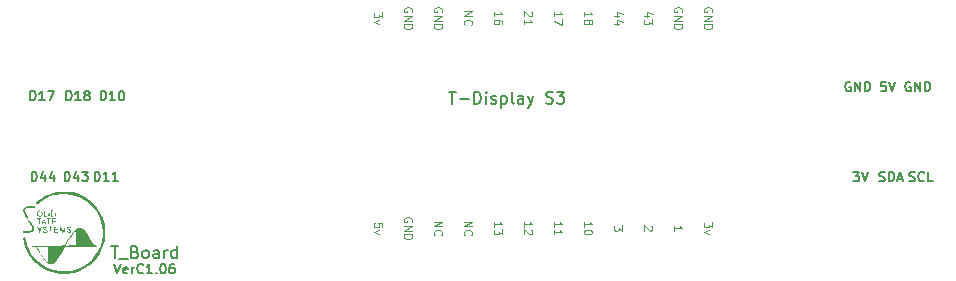
<source format=gbr>
%TF.GenerationSoftware,KiCad,Pcbnew,8.0.4*%
%TF.CreationDate,2024-09-09T14:33:04-07:00*%
%TF.ProjectId,Top_Board,546f705f-426f-4617-9264-2e6b69636164,0*%
%TF.SameCoordinates,Original*%
%TF.FileFunction,Legend,Top*%
%TF.FilePolarity,Positive*%
%FSLAX46Y46*%
G04 Gerber Fmt 4.6, Leading zero omitted, Abs format (unit mm)*
G04 Created by KiCad (PCBNEW 8.0.4) date 2024-09-09 14:33:04*
%MOMM*%
%LPD*%
G01*
G04 APERTURE LIST*
%ADD10C,0.150000*%
%ADD11C,0.100000*%
%ADD12C,0.000000*%
G04 APERTURE END LIST*
D10*
X149545922Y-93865819D02*
X150117350Y-93865819D01*
X149831636Y-94865819D02*
X149831636Y-93865819D01*
X150450684Y-94484866D02*
X151212589Y-94484866D01*
X151688779Y-94865819D02*
X151688779Y-93865819D01*
X151688779Y-93865819D02*
X151926874Y-93865819D01*
X151926874Y-93865819D02*
X152069731Y-93913438D01*
X152069731Y-93913438D02*
X152164969Y-94008676D01*
X152164969Y-94008676D02*
X152212588Y-94103914D01*
X152212588Y-94103914D02*
X152260207Y-94294390D01*
X152260207Y-94294390D02*
X152260207Y-94437247D01*
X152260207Y-94437247D02*
X152212588Y-94627723D01*
X152212588Y-94627723D02*
X152164969Y-94722961D01*
X152164969Y-94722961D02*
X152069731Y-94818200D01*
X152069731Y-94818200D02*
X151926874Y-94865819D01*
X151926874Y-94865819D02*
X151688779Y-94865819D01*
X152688779Y-94865819D02*
X152688779Y-94199152D01*
X152688779Y-93865819D02*
X152641160Y-93913438D01*
X152641160Y-93913438D02*
X152688779Y-93961057D01*
X152688779Y-93961057D02*
X152736398Y-93913438D01*
X152736398Y-93913438D02*
X152688779Y-93865819D01*
X152688779Y-93865819D02*
X152688779Y-93961057D01*
X153117350Y-94818200D02*
X153212588Y-94865819D01*
X153212588Y-94865819D02*
X153403064Y-94865819D01*
X153403064Y-94865819D02*
X153498302Y-94818200D01*
X153498302Y-94818200D02*
X153545921Y-94722961D01*
X153545921Y-94722961D02*
X153545921Y-94675342D01*
X153545921Y-94675342D02*
X153498302Y-94580104D01*
X153498302Y-94580104D02*
X153403064Y-94532485D01*
X153403064Y-94532485D02*
X153260207Y-94532485D01*
X153260207Y-94532485D02*
X153164969Y-94484866D01*
X153164969Y-94484866D02*
X153117350Y-94389628D01*
X153117350Y-94389628D02*
X153117350Y-94342009D01*
X153117350Y-94342009D02*
X153164969Y-94246771D01*
X153164969Y-94246771D02*
X153260207Y-94199152D01*
X153260207Y-94199152D02*
X153403064Y-94199152D01*
X153403064Y-94199152D02*
X153498302Y-94246771D01*
X153974493Y-94199152D02*
X153974493Y-95199152D01*
X153974493Y-94246771D02*
X154069731Y-94199152D01*
X154069731Y-94199152D02*
X154260207Y-94199152D01*
X154260207Y-94199152D02*
X154355445Y-94246771D01*
X154355445Y-94246771D02*
X154403064Y-94294390D01*
X154403064Y-94294390D02*
X154450683Y-94389628D01*
X154450683Y-94389628D02*
X154450683Y-94675342D01*
X154450683Y-94675342D02*
X154403064Y-94770580D01*
X154403064Y-94770580D02*
X154355445Y-94818200D01*
X154355445Y-94818200D02*
X154260207Y-94865819D01*
X154260207Y-94865819D02*
X154069731Y-94865819D01*
X154069731Y-94865819D02*
X153974493Y-94818200D01*
X155022112Y-94865819D02*
X154926874Y-94818200D01*
X154926874Y-94818200D02*
X154879255Y-94722961D01*
X154879255Y-94722961D02*
X154879255Y-93865819D01*
X155831636Y-94865819D02*
X155831636Y-94342009D01*
X155831636Y-94342009D02*
X155784017Y-94246771D01*
X155784017Y-94246771D02*
X155688779Y-94199152D01*
X155688779Y-94199152D02*
X155498303Y-94199152D01*
X155498303Y-94199152D02*
X155403065Y-94246771D01*
X155831636Y-94818200D02*
X155736398Y-94865819D01*
X155736398Y-94865819D02*
X155498303Y-94865819D01*
X155498303Y-94865819D02*
X155403065Y-94818200D01*
X155403065Y-94818200D02*
X155355446Y-94722961D01*
X155355446Y-94722961D02*
X155355446Y-94627723D01*
X155355446Y-94627723D02*
X155403065Y-94532485D01*
X155403065Y-94532485D02*
X155498303Y-94484866D01*
X155498303Y-94484866D02*
X155736398Y-94484866D01*
X155736398Y-94484866D02*
X155831636Y-94437247D01*
X156212589Y-94199152D02*
X156450684Y-94865819D01*
X156688779Y-94199152D02*
X156450684Y-94865819D01*
X156450684Y-94865819D02*
X156355446Y-95103914D01*
X156355446Y-95103914D02*
X156307827Y-95151533D01*
X156307827Y-95151533D02*
X156212589Y-95199152D01*
X157784018Y-94818200D02*
X157926875Y-94865819D01*
X157926875Y-94865819D02*
X158164970Y-94865819D01*
X158164970Y-94865819D02*
X158260208Y-94818200D01*
X158260208Y-94818200D02*
X158307827Y-94770580D01*
X158307827Y-94770580D02*
X158355446Y-94675342D01*
X158355446Y-94675342D02*
X158355446Y-94580104D01*
X158355446Y-94580104D02*
X158307827Y-94484866D01*
X158307827Y-94484866D02*
X158260208Y-94437247D01*
X158260208Y-94437247D02*
X158164970Y-94389628D01*
X158164970Y-94389628D02*
X157974494Y-94342009D01*
X157974494Y-94342009D02*
X157879256Y-94294390D01*
X157879256Y-94294390D02*
X157831637Y-94246771D01*
X157831637Y-94246771D02*
X157784018Y-94151533D01*
X157784018Y-94151533D02*
X157784018Y-94056295D01*
X157784018Y-94056295D02*
X157831637Y-93961057D01*
X157831637Y-93961057D02*
X157879256Y-93913438D01*
X157879256Y-93913438D02*
X157974494Y-93865819D01*
X157974494Y-93865819D02*
X158212589Y-93865819D01*
X158212589Y-93865819D02*
X158355446Y-93913438D01*
X158688780Y-93865819D02*
X159307827Y-93865819D01*
X159307827Y-93865819D02*
X158974494Y-94246771D01*
X158974494Y-94246771D02*
X159117351Y-94246771D01*
X159117351Y-94246771D02*
X159212589Y-94294390D01*
X159212589Y-94294390D02*
X159260208Y-94342009D01*
X159260208Y-94342009D02*
X159307827Y-94437247D01*
X159307827Y-94437247D02*
X159307827Y-94675342D01*
X159307827Y-94675342D02*
X159260208Y-94770580D01*
X159260208Y-94770580D02*
X159212589Y-94818200D01*
X159212589Y-94818200D02*
X159117351Y-94865819D01*
X159117351Y-94865819D02*
X158831637Y-94865819D01*
X158831637Y-94865819D02*
X158736399Y-94818200D01*
X158736399Y-94818200D02*
X158688780Y-94770580D01*
X117138571Y-94596295D02*
X117138571Y-93796295D01*
X117138571Y-93796295D02*
X117329047Y-93796295D01*
X117329047Y-93796295D02*
X117443333Y-93834390D01*
X117443333Y-93834390D02*
X117519523Y-93910580D01*
X117519523Y-93910580D02*
X117557618Y-93986771D01*
X117557618Y-93986771D02*
X117595714Y-94139152D01*
X117595714Y-94139152D02*
X117595714Y-94253438D01*
X117595714Y-94253438D02*
X117557618Y-94405819D01*
X117557618Y-94405819D02*
X117519523Y-94482009D01*
X117519523Y-94482009D02*
X117443333Y-94558200D01*
X117443333Y-94558200D02*
X117329047Y-94596295D01*
X117329047Y-94596295D02*
X117138571Y-94596295D01*
X118357618Y-94596295D02*
X117900475Y-94596295D01*
X118129047Y-94596295D02*
X118129047Y-93796295D01*
X118129047Y-93796295D02*
X118052856Y-93910580D01*
X118052856Y-93910580D02*
X117976666Y-93986771D01*
X117976666Y-93986771D02*
X117900475Y-94024866D01*
X118814761Y-94139152D02*
X118738571Y-94101057D01*
X118738571Y-94101057D02*
X118700476Y-94062961D01*
X118700476Y-94062961D02*
X118662380Y-93986771D01*
X118662380Y-93986771D02*
X118662380Y-93948676D01*
X118662380Y-93948676D02*
X118700476Y-93872485D01*
X118700476Y-93872485D02*
X118738571Y-93834390D01*
X118738571Y-93834390D02*
X118814761Y-93796295D01*
X118814761Y-93796295D02*
X118967142Y-93796295D01*
X118967142Y-93796295D02*
X119043333Y-93834390D01*
X119043333Y-93834390D02*
X119081428Y-93872485D01*
X119081428Y-93872485D02*
X119119523Y-93948676D01*
X119119523Y-93948676D02*
X119119523Y-93986771D01*
X119119523Y-93986771D02*
X119081428Y-94062961D01*
X119081428Y-94062961D02*
X119043333Y-94101057D01*
X119043333Y-94101057D02*
X118967142Y-94139152D01*
X118967142Y-94139152D02*
X118814761Y-94139152D01*
X118814761Y-94139152D02*
X118738571Y-94177247D01*
X118738571Y-94177247D02*
X118700476Y-94215342D01*
X118700476Y-94215342D02*
X118662380Y-94291533D01*
X118662380Y-94291533D02*
X118662380Y-94443914D01*
X118662380Y-94443914D02*
X118700476Y-94520104D01*
X118700476Y-94520104D02*
X118738571Y-94558200D01*
X118738571Y-94558200D02*
X118814761Y-94596295D01*
X118814761Y-94596295D02*
X118967142Y-94596295D01*
X118967142Y-94596295D02*
X119043333Y-94558200D01*
X119043333Y-94558200D02*
X119081428Y-94520104D01*
X119081428Y-94520104D02*
X119119523Y-94443914D01*
X119119523Y-94443914D02*
X119119523Y-94291533D01*
X119119523Y-94291533D02*
X119081428Y-94215342D01*
X119081428Y-94215342D02*
X119043333Y-94177247D01*
X119043333Y-94177247D02*
X118967142Y-94139152D01*
X121205874Y-108441295D02*
X121472541Y-109241295D01*
X121472541Y-109241295D02*
X121739207Y-108441295D01*
X122310636Y-109203200D02*
X122234445Y-109241295D01*
X122234445Y-109241295D02*
X122082064Y-109241295D01*
X122082064Y-109241295D02*
X122005874Y-109203200D01*
X122005874Y-109203200D02*
X121967778Y-109127009D01*
X121967778Y-109127009D02*
X121967778Y-108822247D01*
X121967778Y-108822247D02*
X122005874Y-108746057D01*
X122005874Y-108746057D02*
X122082064Y-108707961D01*
X122082064Y-108707961D02*
X122234445Y-108707961D01*
X122234445Y-108707961D02*
X122310636Y-108746057D01*
X122310636Y-108746057D02*
X122348731Y-108822247D01*
X122348731Y-108822247D02*
X122348731Y-108898438D01*
X122348731Y-108898438D02*
X121967778Y-108974628D01*
X122691588Y-109241295D02*
X122691588Y-108707961D01*
X122691588Y-108860342D02*
X122729683Y-108784152D01*
X122729683Y-108784152D02*
X122767778Y-108746057D01*
X122767778Y-108746057D02*
X122843969Y-108707961D01*
X122843969Y-108707961D02*
X122920159Y-108707961D01*
X123643969Y-109165104D02*
X123605873Y-109203200D01*
X123605873Y-109203200D02*
X123491588Y-109241295D01*
X123491588Y-109241295D02*
X123415397Y-109241295D01*
X123415397Y-109241295D02*
X123301111Y-109203200D01*
X123301111Y-109203200D02*
X123224921Y-109127009D01*
X123224921Y-109127009D02*
X123186826Y-109050819D01*
X123186826Y-109050819D02*
X123148730Y-108898438D01*
X123148730Y-108898438D02*
X123148730Y-108784152D01*
X123148730Y-108784152D02*
X123186826Y-108631771D01*
X123186826Y-108631771D02*
X123224921Y-108555580D01*
X123224921Y-108555580D02*
X123301111Y-108479390D01*
X123301111Y-108479390D02*
X123415397Y-108441295D01*
X123415397Y-108441295D02*
X123491588Y-108441295D01*
X123491588Y-108441295D02*
X123605873Y-108479390D01*
X123605873Y-108479390D02*
X123643969Y-108517485D01*
X124405873Y-109241295D02*
X123948730Y-109241295D01*
X124177302Y-109241295D02*
X124177302Y-108441295D01*
X124177302Y-108441295D02*
X124101111Y-108555580D01*
X124101111Y-108555580D02*
X124024921Y-108631771D01*
X124024921Y-108631771D02*
X123948730Y-108669866D01*
X124748731Y-109165104D02*
X124786826Y-109203200D01*
X124786826Y-109203200D02*
X124748731Y-109241295D01*
X124748731Y-109241295D02*
X124710635Y-109203200D01*
X124710635Y-109203200D02*
X124748731Y-109165104D01*
X124748731Y-109165104D02*
X124748731Y-109241295D01*
X125282064Y-108441295D02*
X125358254Y-108441295D01*
X125358254Y-108441295D02*
X125434445Y-108479390D01*
X125434445Y-108479390D02*
X125472540Y-108517485D01*
X125472540Y-108517485D02*
X125510635Y-108593676D01*
X125510635Y-108593676D02*
X125548730Y-108746057D01*
X125548730Y-108746057D02*
X125548730Y-108936533D01*
X125548730Y-108936533D02*
X125510635Y-109088914D01*
X125510635Y-109088914D02*
X125472540Y-109165104D01*
X125472540Y-109165104D02*
X125434445Y-109203200D01*
X125434445Y-109203200D02*
X125358254Y-109241295D01*
X125358254Y-109241295D02*
X125282064Y-109241295D01*
X125282064Y-109241295D02*
X125205873Y-109203200D01*
X125205873Y-109203200D02*
X125167778Y-109165104D01*
X125167778Y-109165104D02*
X125129683Y-109088914D01*
X125129683Y-109088914D02*
X125091587Y-108936533D01*
X125091587Y-108936533D02*
X125091587Y-108746057D01*
X125091587Y-108746057D02*
X125129683Y-108593676D01*
X125129683Y-108593676D02*
X125167778Y-108517485D01*
X125167778Y-108517485D02*
X125205873Y-108479390D01*
X125205873Y-108479390D02*
X125282064Y-108441295D01*
X126234445Y-108441295D02*
X126082064Y-108441295D01*
X126082064Y-108441295D02*
X126005873Y-108479390D01*
X126005873Y-108479390D02*
X125967778Y-108517485D01*
X125967778Y-108517485D02*
X125891588Y-108631771D01*
X125891588Y-108631771D02*
X125853492Y-108784152D01*
X125853492Y-108784152D02*
X125853492Y-109088914D01*
X125853492Y-109088914D02*
X125891588Y-109165104D01*
X125891588Y-109165104D02*
X125929683Y-109203200D01*
X125929683Y-109203200D02*
X126005873Y-109241295D01*
X126005873Y-109241295D02*
X126158254Y-109241295D01*
X126158254Y-109241295D02*
X126234445Y-109203200D01*
X126234445Y-109203200D02*
X126272540Y-109165104D01*
X126272540Y-109165104D02*
X126310635Y-109088914D01*
X126310635Y-109088914D02*
X126310635Y-108898438D01*
X126310635Y-108898438D02*
X126272540Y-108822247D01*
X126272540Y-108822247D02*
X126234445Y-108784152D01*
X126234445Y-108784152D02*
X126158254Y-108746057D01*
X126158254Y-108746057D02*
X126005873Y-108746057D01*
X126005873Y-108746057D02*
X125929683Y-108784152D01*
X125929683Y-108784152D02*
X125891588Y-108822247D01*
X125891588Y-108822247D02*
X125853492Y-108898438D01*
X183540476Y-93072390D02*
X183464286Y-93034295D01*
X183464286Y-93034295D02*
X183350000Y-93034295D01*
X183350000Y-93034295D02*
X183235714Y-93072390D01*
X183235714Y-93072390D02*
X183159524Y-93148580D01*
X183159524Y-93148580D02*
X183121429Y-93224771D01*
X183121429Y-93224771D02*
X183083333Y-93377152D01*
X183083333Y-93377152D02*
X183083333Y-93491438D01*
X183083333Y-93491438D02*
X183121429Y-93643819D01*
X183121429Y-93643819D02*
X183159524Y-93720009D01*
X183159524Y-93720009D02*
X183235714Y-93796200D01*
X183235714Y-93796200D02*
X183350000Y-93834295D01*
X183350000Y-93834295D02*
X183426191Y-93834295D01*
X183426191Y-93834295D02*
X183540476Y-93796200D01*
X183540476Y-93796200D02*
X183578572Y-93758104D01*
X183578572Y-93758104D02*
X183578572Y-93491438D01*
X183578572Y-93491438D02*
X183426191Y-93491438D01*
X183921429Y-93834295D02*
X183921429Y-93034295D01*
X183921429Y-93034295D02*
X184378572Y-93834295D01*
X184378572Y-93834295D02*
X184378572Y-93034295D01*
X184759524Y-93834295D02*
X184759524Y-93034295D01*
X184759524Y-93034295D02*
X184950000Y-93034295D01*
X184950000Y-93034295D02*
X185064286Y-93072390D01*
X185064286Y-93072390D02*
X185140476Y-93148580D01*
X185140476Y-93148580D02*
X185178571Y-93224771D01*
X185178571Y-93224771D02*
X185216667Y-93377152D01*
X185216667Y-93377152D02*
X185216667Y-93491438D01*
X185216667Y-93491438D02*
X185178571Y-93643819D01*
X185178571Y-93643819D02*
X185140476Y-93720009D01*
X185140476Y-93720009D02*
X185064286Y-93796200D01*
X185064286Y-93796200D02*
X184950000Y-93834295D01*
X184950000Y-93834295D02*
X184759524Y-93834295D01*
X120059571Y-94596295D02*
X120059571Y-93796295D01*
X120059571Y-93796295D02*
X120250047Y-93796295D01*
X120250047Y-93796295D02*
X120364333Y-93834390D01*
X120364333Y-93834390D02*
X120440523Y-93910580D01*
X120440523Y-93910580D02*
X120478618Y-93986771D01*
X120478618Y-93986771D02*
X120516714Y-94139152D01*
X120516714Y-94139152D02*
X120516714Y-94253438D01*
X120516714Y-94253438D02*
X120478618Y-94405819D01*
X120478618Y-94405819D02*
X120440523Y-94482009D01*
X120440523Y-94482009D02*
X120364333Y-94558200D01*
X120364333Y-94558200D02*
X120250047Y-94596295D01*
X120250047Y-94596295D02*
X120059571Y-94596295D01*
X121278618Y-94596295D02*
X120821475Y-94596295D01*
X121050047Y-94596295D02*
X121050047Y-93796295D01*
X121050047Y-93796295D02*
X120973856Y-93910580D01*
X120973856Y-93910580D02*
X120897666Y-93986771D01*
X120897666Y-93986771D02*
X120821475Y-94024866D01*
X121773857Y-93796295D02*
X121850047Y-93796295D01*
X121850047Y-93796295D02*
X121926238Y-93834390D01*
X121926238Y-93834390D02*
X121964333Y-93872485D01*
X121964333Y-93872485D02*
X122002428Y-93948676D01*
X122002428Y-93948676D02*
X122040523Y-94101057D01*
X122040523Y-94101057D02*
X122040523Y-94291533D01*
X122040523Y-94291533D02*
X122002428Y-94443914D01*
X122002428Y-94443914D02*
X121964333Y-94520104D01*
X121964333Y-94520104D02*
X121926238Y-94558200D01*
X121926238Y-94558200D02*
X121850047Y-94596295D01*
X121850047Y-94596295D02*
X121773857Y-94596295D01*
X121773857Y-94596295D02*
X121697666Y-94558200D01*
X121697666Y-94558200D02*
X121659571Y-94520104D01*
X121659571Y-94520104D02*
X121621476Y-94443914D01*
X121621476Y-94443914D02*
X121583380Y-94291533D01*
X121583380Y-94291533D02*
X121583380Y-94101057D01*
X121583380Y-94101057D02*
X121621476Y-93948676D01*
X121621476Y-93948676D02*
X121659571Y-93872485D01*
X121659571Y-93872485D02*
X121697666Y-93834390D01*
X121697666Y-93834390D02*
X121773857Y-93796295D01*
X188531618Y-101416200D02*
X188645904Y-101454295D01*
X188645904Y-101454295D02*
X188836380Y-101454295D01*
X188836380Y-101454295D02*
X188912571Y-101416200D01*
X188912571Y-101416200D02*
X188950666Y-101378104D01*
X188950666Y-101378104D02*
X188988761Y-101301914D01*
X188988761Y-101301914D02*
X188988761Y-101225723D01*
X188988761Y-101225723D02*
X188950666Y-101149533D01*
X188950666Y-101149533D02*
X188912571Y-101111438D01*
X188912571Y-101111438D02*
X188836380Y-101073342D01*
X188836380Y-101073342D02*
X188683999Y-101035247D01*
X188683999Y-101035247D02*
X188607809Y-100997152D01*
X188607809Y-100997152D02*
X188569714Y-100959057D01*
X188569714Y-100959057D02*
X188531618Y-100882866D01*
X188531618Y-100882866D02*
X188531618Y-100806676D01*
X188531618Y-100806676D02*
X188569714Y-100730485D01*
X188569714Y-100730485D02*
X188607809Y-100692390D01*
X188607809Y-100692390D02*
X188683999Y-100654295D01*
X188683999Y-100654295D02*
X188874476Y-100654295D01*
X188874476Y-100654295D02*
X188988761Y-100692390D01*
X189788762Y-101378104D02*
X189750666Y-101416200D01*
X189750666Y-101416200D02*
X189636381Y-101454295D01*
X189636381Y-101454295D02*
X189560190Y-101454295D01*
X189560190Y-101454295D02*
X189445904Y-101416200D01*
X189445904Y-101416200D02*
X189369714Y-101340009D01*
X189369714Y-101340009D02*
X189331619Y-101263819D01*
X189331619Y-101263819D02*
X189293523Y-101111438D01*
X189293523Y-101111438D02*
X189293523Y-100997152D01*
X189293523Y-100997152D02*
X189331619Y-100844771D01*
X189331619Y-100844771D02*
X189369714Y-100768580D01*
X189369714Y-100768580D02*
X189445904Y-100692390D01*
X189445904Y-100692390D02*
X189560190Y-100654295D01*
X189560190Y-100654295D02*
X189636381Y-100654295D01*
X189636381Y-100654295D02*
X189750666Y-100692390D01*
X189750666Y-100692390D02*
X189788762Y-100730485D01*
X190512571Y-101454295D02*
X190131619Y-101454295D01*
X190131619Y-101454295D02*
X190131619Y-100654295D01*
X186537619Y-93034295D02*
X186156667Y-93034295D01*
X186156667Y-93034295D02*
X186118571Y-93415247D01*
X186118571Y-93415247D02*
X186156667Y-93377152D01*
X186156667Y-93377152D02*
X186232857Y-93339057D01*
X186232857Y-93339057D02*
X186423333Y-93339057D01*
X186423333Y-93339057D02*
X186499524Y-93377152D01*
X186499524Y-93377152D02*
X186537619Y-93415247D01*
X186537619Y-93415247D02*
X186575714Y-93491438D01*
X186575714Y-93491438D02*
X186575714Y-93681914D01*
X186575714Y-93681914D02*
X186537619Y-93758104D01*
X186537619Y-93758104D02*
X186499524Y-93796200D01*
X186499524Y-93796200D02*
X186423333Y-93834295D01*
X186423333Y-93834295D02*
X186232857Y-93834295D01*
X186232857Y-93834295D02*
X186156667Y-93796200D01*
X186156667Y-93796200D02*
X186118571Y-93758104D01*
X186804286Y-93034295D02*
X187070953Y-93834295D01*
X187070953Y-93834295D02*
X187337619Y-93034295D01*
X114090571Y-94596295D02*
X114090571Y-93796295D01*
X114090571Y-93796295D02*
X114281047Y-93796295D01*
X114281047Y-93796295D02*
X114395333Y-93834390D01*
X114395333Y-93834390D02*
X114471523Y-93910580D01*
X114471523Y-93910580D02*
X114509618Y-93986771D01*
X114509618Y-93986771D02*
X114547714Y-94139152D01*
X114547714Y-94139152D02*
X114547714Y-94253438D01*
X114547714Y-94253438D02*
X114509618Y-94405819D01*
X114509618Y-94405819D02*
X114471523Y-94482009D01*
X114471523Y-94482009D02*
X114395333Y-94558200D01*
X114395333Y-94558200D02*
X114281047Y-94596295D01*
X114281047Y-94596295D02*
X114090571Y-94596295D01*
X115309618Y-94596295D02*
X114852475Y-94596295D01*
X115081047Y-94596295D02*
X115081047Y-93796295D01*
X115081047Y-93796295D02*
X115004856Y-93910580D01*
X115004856Y-93910580D02*
X114928666Y-93986771D01*
X114928666Y-93986771D02*
X114852475Y-94024866D01*
X115576285Y-93796295D02*
X116109619Y-93796295D01*
X116109619Y-93796295D02*
X115766761Y-94596295D01*
X120970922Y-106946819D02*
X121542350Y-106946819D01*
X121256636Y-107946819D02*
X121256636Y-106946819D01*
X121637589Y-108042057D02*
X122399493Y-108042057D01*
X122970922Y-107423009D02*
X123113779Y-107470628D01*
X123113779Y-107470628D02*
X123161398Y-107518247D01*
X123161398Y-107518247D02*
X123209017Y-107613485D01*
X123209017Y-107613485D02*
X123209017Y-107756342D01*
X123209017Y-107756342D02*
X123161398Y-107851580D01*
X123161398Y-107851580D02*
X123113779Y-107899200D01*
X123113779Y-107899200D02*
X123018541Y-107946819D01*
X123018541Y-107946819D02*
X122637589Y-107946819D01*
X122637589Y-107946819D02*
X122637589Y-106946819D01*
X122637589Y-106946819D02*
X122970922Y-106946819D01*
X122970922Y-106946819D02*
X123066160Y-106994438D01*
X123066160Y-106994438D02*
X123113779Y-107042057D01*
X123113779Y-107042057D02*
X123161398Y-107137295D01*
X123161398Y-107137295D02*
X123161398Y-107232533D01*
X123161398Y-107232533D02*
X123113779Y-107327771D01*
X123113779Y-107327771D02*
X123066160Y-107375390D01*
X123066160Y-107375390D02*
X122970922Y-107423009D01*
X122970922Y-107423009D02*
X122637589Y-107423009D01*
X123780446Y-107946819D02*
X123685208Y-107899200D01*
X123685208Y-107899200D02*
X123637589Y-107851580D01*
X123637589Y-107851580D02*
X123589970Y-107756342D01*
X123589970Y-107756342D02*
X123589970Y-107470628D01*
X123589970Y-107470628D02*
X123637589Y-107375390D01*
X123637589Y-107375390D02*
X123685208Y-107327771D01*
X123685208Y-107327771D02*
X123780446Y-107280152D01*
X123780446Y-107280152D02*
X123923303Y-107280152D01*
X123923303Y-107280152D02*
X124018541Y-107327771D01*
X124018541Y-107327771D02*
X124066160Y-107375390D01*
X124066160Y-107375390D02*
X124113779Y-107470628D01*
X124113779Y-107470628D02*
X124113779Y-107756342D01*
X124113779Y-107756342D02*
X124066160Y-107851580D01*
X124066160Y-107851580D02*
X124018541Y-107899200D01*
X124018541Y-107899200D02*
X123923303Y-107946819D01*
X123923303Y-107946819D02*
X123780446Y-107946819D01*
X124970922Y-107946819D02*
X124970922Y-107423009D01*
X124970922Y-107423009D02*
X124923303Y-107327771D01*
X124923303Y-107327771D02*
X124828065Y-107280152D01*
X124828065Y-107280152D02*
X124637589Y-107280152D01*
X124637589Y-107280152D02*
X124542351Y-107327771D01*
X124970922Y-107899200D02*
X124875684Y-107946819D01*
X124875684Y-107946819D02*
X124637589Y-107946819D01*
X124637589Y-107946819D02*
X124542351Y-107899200D01*
X124542351Y-107899200D02*
X124494732Y-107803961D01*
X124494732Y-107803961D02*
X124494732Y-107708723D01*
X124494732Y-107708723D02*
X124542351Y-107613485D01*
X124542351Y-107613485D02*
X124637589Y-107565866D01*
X124637589Y-107565866D02*
X124875684Y-107565866D01*
X124875684Y-107565866D02*
X124970922Y-107518247D01*
X125447113Y-107946819D02*
X125447113Y-107280152D01*
X125447113Y-107470628D02*
X125494732Y-107375390D01*
X125494732Y-107375390D02*
X125542351Y-107327771D01*
X125542351Y-107327771D02*
X125637589Y-107280152D01*
X125637589Y-107280152D02*
X125732827Y-107280152D01*
X126494732Y-107946819D02*
X126494732Y-106946819D01*
X126494732Y-107899200D02*
X126399494Y-107946819D01*
X126399494Y-107946819D02*
X126209018Y-107946819D01*
X126209018Y-107946819D02*
X126113780Y-107899200D01*
X126113780Y-107899200D02*
X126066161Y-107851580D01*
X126066161Y-107851580D02*
X126018542Y-107756342D01*
X126018542Y-107756342D02*
X126018542Y-107470628D01*
X126018542Y-107470628D02*
X126066161Y-107375390D01*
X126066161Y-107375390D02*
X126113780Y-107327771D01*
X126113780Y-107327771D02*
X126209018Y-107280152D01*
X126209018Y-107280152D02*
X126399494Y-107280152D01*
X126399494Y-107280152D02*
X126494732Y-107327771D01*
X119536571Y-101432295D02*
X119536571Y-100632295D01*
X119536571Y-100632295D02*
X119727047Y-100632295D01*
X119727047Y-100632295D02*
X119841333Y-100670390D01*
X119841333Y-100670390D02*
X119917523Y-100746580D01*
X119917523Y-100746580D02*
X119955618Y-100822771D01*
X119955618Y-100822771D02*
X119993714Y-100975152D01*
X119993714Y-100975152D02*
X119993714Y-101089438D01*
X119993714Y-101089438D02*
X119955618Y-101241819D01*
X119955618Y-101241819D02*
X119917523Y-101318009D01*
X119917523Y-101318009D02*
X119841333Y-101394200D01*
X119841333Y-101394200D02*
X119727047Y-101432295D01*
X119727047Y-101432295D02*
X119536571Y-101432295D01*
X120755618Y-101432295D02*
X120298475Y-101432295D01*
X120527047Y-101432295D02*
X120527047Y-100632295D01*
X120527047Y-100632295D02*
X120450856Y-100746580D01*
X120450856Y-100746580D02*
X120374666Y-100822771D01*
X120374666Y-100822771D02*
X120298475Y-100860866D01*
X121517523Y-101432295D02*
X121060380Y-101432295D01*
X121288952Y-101432295D02*
X121288952Y-100632295D01*
X121288952Y-100632295D02*
X121212761Y-100746580D01*
X121212761Y-100746580D02*
X121136571Y-100822771D01*
X121136571Y-100822771D02*
X121060380Y-100860866D01*
X116996571Y-101432295D02*
X116996571Y-100632295D01*
X116996571Y-100632295D02*
X117187047Y-100632295D01*
X117187047Y-100632295D02*
X117301333Y-100670390D01*
X117301333Y-100670390D02*
X117377523Y-100746580D01*
X117377523Y-100746580D02*
X117415618Y-100822771D01*
X117415618Y-100822771D02*
X117453714Y-100975152D01*
X117453714Y-100975152D02*
X117453714Y-101089438D01*
X117453714Y-101089438D02*
X117415618Y-101241819D01*
X117415618Y-101241819D02*
X117377523Y-101318009D01*
X117377523Y-101318009D02*
X117301333Y-101394200D01*
X117301333Y-101394200D02*
X117187047Y-101432295D01*
X117187047Y-101432295D02*
X116996571Y-101432295D01*
X118139428Y-100898961D02*
X118139428Y-101432295D01*
X117948952Y-100594200D02*
X117758475Y-101165628D01*
X117758475Y-101165628D02*
X118253714Y-101165628D01*
X118482285Y-100632295D02*
X118977523Y-100632295D01*
X118977523Y-100632295D02*
X118710857Y-100937057D01*
X118710857Y-100937057D02*
X118825142Y-100937057D01*
X118825142Y-100937057D02*
X118901333Y-100975152D01*
X118901333Y-100975152D02*
X118939428Y-101013247D01*
X118939428Y-101013247D02*
X118977523Y-101089438D01*
X118977523Y-101089438D02*
X118977523Y-101279914D01*
X118977523Y-101279914D02*
X118939428Y-101356104D01*
X118939428Y-101356104D02*
X118901333Y-101394200D01*
X118901333Y-101394200D02*
X118825142Y-101432295D01*
X118825142Y-101432295D02*
X118596571Y-101432295D01*
X118596571Y-101432295D02*
X118520380Y-101394200D01*
X118520380Y-101394200D02*
X118482285Y-101356104D01*
X114202571Y-101432295D02*
X114202571Y-100632295D01*
X114202571Y-100632295D02*
X114393047Y-100632295D01*
X114393047Y-100632295D02*
X114507333Y-100670390D01*
X114507333Y-100670390D02*
X114583523Y-100746580D01*
X114583523Y-100746580D02*
X114621618Y-100822771D01*
X114621618Y-100822771D02*
X114659714Y-100975152D01*
X114659714Y-100975152D02*
X114659714Y-101089438D01*
X114659714Y-101089438D02*
X114621618Y-101241819D01*
X114621618Y-101241819D02*
X114583523Y-101318009D01*
X114583523Y-101318009D02*
X114507333Y-101394200D01*
X114507333Y-101394200D02*
X114393047Y-101432295D01*
X114393047Y-101432295D02*
X114202571Y-101432295D01*
X115345428Y-100898961D02*
X115345428Y-101432295D01*
X115154952Y-100594200D02*
X114964475Y-101165628D01*
X114964475Y-101165628D02*
X115459714Y-101165628D01*
X116107333Y-100898961D02*
X116107333Y-101432295D01*
X115916857Y-100594200D02*
X115726380Y-101165628D01*
X115726380Y-101165628D02*
X116221619Y-101165628D01*
X188620476Y-93072390D02*
X188544286Y-93034295D01*
X188544286Y-93034295D02*
X188430000Y-93034295D01*
X188430000Y-93034295D02*
X188315714Y-93072390D01*
X188315714Y-93072390D02*
X188239524Y-93148580D01*
X188239524Y-93148580D02*
X188201429Y-93224771D01*
X188201429Y-93224771D02*
X188163333Y-93377152D01*
X188163333Y-93377152D02*
X188163333Y-93491438D01*
X188163333Y-93491438D02*
X188201429Y-93643819D01*
X188201429Y-93643819D02*
X188239524Y-93720009D01*
X188239524Y-93720009D02*
X188315714Y-93796200D01*
X188315714Y-93796200D02*
X188430000Y-93834295D01*
X188430000Y-93834295D02*
X188506191Y-93834295D01*
X188506191Y-93834295D02*
X188620476Y-93796200D01*
X188620476Y-93796200D02*
X188658572Y-93758104D01*
X188658572Y-93758104D02*
X188658572Y-93491438D01*
X188658572Y-93491438D02*
X188506191Y-93491438D01*
X189001429Y-93834295D02*
X189001429Y-93034295D01*
X189001429Y-93034295D02*
X189458572Y-93834295D01*
X189458572Y-93834295D02*
X189458572Y-93034295D01*
X189839524Y-93834295D02*
X189839524Y-93034295D01*
X189839524Y-93034295D02*
X190030000Y-93034295D01*
X190030000Y-93034295D02*
X190144286Y-93072390D01*
X190144286Y-93072390D02*
X190220476Y-93148580D01*
X190220476Y-93148580D02*
X190258571Y-93224771D01*
X190258571Y-93224771D02*
X190296667Y-93377152D01*
X190296667Y-93377152D02*
X190296667Y-93491438D01*
X190296667Y-93491438D02*
X190258571Y-93643819D01*
X190258571Y-93643819D02*
X190220476Y-93720009D01*
X190220476Y-93720009D02*
X190144286Y-93796200D01*
X190144286Y-93796200D02*
X190030000Y-93834295D01*
X190030000Y-93834295D02*
X189839524Y-93834295D01*
X183794476Y-100654295D02*
X184289714Y-100654295D01*
X184289714Y-100654295D02*
X184023048Y-100959057D01*
X184023048Y-100959057D02*
X184137333Y-100959057D01*
X184137333Y-100959057D02*
X184213524Y-100997152D01*
X184213524Y-100997152D02*
X184251619Y-101035247D01*
X184251619Y-101035247D02*
X184289714Y-101111438D01*
X184289714Y-101111438D02*
X184289714Y-101301914D01*
X184289714Y-101301914D02*
X184251619Y-101378104D01*
X184251619Y-101378104D02*
X184213524Y-101416200D01*
X184213524Y-101416200D02*
X184137333Y-101454295D01*
X184137333Y-101454295D02*
X183908762Y-101454295D01*
X183908762Y-101454295D02*
X183832571Y-101416200D01*
X183832571Y-101416200D02*
X183794476Y-101378104D01*
X184518286Y-100654295D02*
X184784953Y-101454295D01*
X184784953Y-101454295D02*
X185051619Y-100654295D01*
X185972571Y-101416200D02*
X186086857Y-101454295D01*
X186086857Y-101454295D02*
X186277333Y-101454295D01*
X186277333Y-101454295D02*
X186353524Y-101416200D01*
X186353524Y-101416200D02*
X186391619Y-101378104D01*
X186391619Y-101378104D02*
X186429714Y-101301914D01*
X186429714Y-101301914D02*
X186429714Y-101225723D01*
X186429714Y-101225723D02*
X186391619Y-101149533D01*
X186391619Y-101149533D02*
X186353524Y-101111438D01*
X186353524Y-101111438D02*
X186277333Y-101073342D01*
X186277333Y-101073342D02*
X186124952Y-101035247D01*
X186124952Y-101035247D02*
X186048762Y-100997152D01*
X186048762Y-100997152D02*
X186010667Y-100959057D01*
X186010667Y-100959057D02*
X185972571Y-100882866D01*
X185972571Y-100882866D02*
X185972571Y-100806676D01*
X185972571Y-100806676D02*
X186010667Y-100730485D01*
X186010667Y-100730485D02*
X186048762Y-100692390D01*
X186048762Y-100692390D02*
X186124952Y-100654295D01*
X186124952Y-100654295D02*
X186315429Y-100654295D01*
X186315429Y-100654295D02*
X186429714Y-100692390D01*
X186772572Y-101454295D02*
X186772572Y-100654295D01*
X186772572Y-100654295D02*
X186963048Y-100654295D01*
X186963048Y-100654295D02*
X187077334Y-100692390D01*
X187077334Y-100692390D02*
X187153524Y-100768580D01*
X187153524Y-100768580D02*
X187191619Y-100844771D01*
X187191619Y-100844771D02*
X187229715Y-100997152D01*
X187229715Y-100997152D02*
X187229715Y-101111438D01*
X187229715Y-101111438D02*
X187191619Y-101263819D01*
X187191619Y-101263819D02*
X187153524Y-101340009D01*
X187153524Y-101340009D02*
X187077334Y-101416200D01*
X187077334Y-101416200D02*
X186963048Y-101454295D01*
X186963048Y-101454295D02*
X186772572Y-101454295D01*
X187534476Y-101225723D02*
X187915429Y-101225723D01*
X187458286Y-101454295D02*
X187724953Y-100654295D01*
X187724953Y-100654295D02*
X187991619Y-101454295D01*
D11*
X148271366Y-104860000D02*
X148971366Y-104860000D01*
X148971366Y-104860000D02*
X148271366Y-105260000D01*
X148271366Y-105260000D02*
X148971366Y-105260000D01*
X148338033Y-105993333D02*
X148304700Y-105960000D01*
X148304700Y-105960000D02*
X148271366Y-105860000D01*
X148271366Y-105860000D02*
X148271366Y-105793333D01*
X148271366Y-105793333D02*
X148304700Y-105693333D01*
X148304700Y-105693333D02*
X148371366Y-105626667D01*
X148371366Y-105626667D02*
X148438033Y-105593333D01*
X148438033Y-105593333D02*
X148571366Y-105560000D01*
X148571366Y-105560000D02*
X148671366Y-105560000D01*
X148671366Y-105560000D02*
X148804700Y-105593333D01*
X148804700Y-105593333D02*
X148871366Y-105626667D01*
X148871366Y-105626667D02*
X148938033Y-105693333D01*
X148938033Y-105693333D02*
X148971366Y-105793333D01*
X148971366Y-105793333D02*
X148971366Y-105860000D01*
X148971366Y-105860000D02*
X148938033Y-105960000D01*
X148938033Y-105960000D02*
X148904700Y-105993333D01*
X146398033Y-104876667D02*
X146431366Y-104810000D01*
X146431366Y-104810000D02*
X146431366Y-104710000D01*
X146431366Y-104710000D02*
X146398033Y-104610000D01*
X146398033Y-104610000D02*
X146331366Y-104543334D01*
X146331366Y-104543334D02*
X146264700Y-104510000D01*
X146264700Y-104510000D02*
X146131366Y-104476667D01*
X146131366Y-104476667D02*
X146031366Y-104476667D01*
X146031366Y-104476667D02*
X145898033Y-104510000D01*
X145898033Y-104510000D02*
X145831366Y-104543334D01*
X145831366Y-104543334D02*
X145764700Y-104610000D01*
X145764700Y-104610000D02*
X145731366Y-104710000D01*
X145731366Y-104710000D02*
X145731366Y-104776667D01*
X145731366Y-104776667D02*
X145764700Y-104876667D01*
X145764700Y-104876667D02*
X145798033Y-104910000D01*
X145798033Y-104910000D02*
X146031366Y-104910000D01*
X146031366Y-104910000D02*
X146031366Y-104776667D01*
X145731366Y-105210000D02*
X146431366Y-105210000D01*
X146431366Y-105210000D02*
X145731366Y-105610000D01*
X145731366Y-105610000D02*
X146431366Y-105610000D01*
X145731366Y-105943333D02*
X146431366Y-105943333D01*
X146431366Y-105943333D02*
X146431366Y-106110000D01*
X146431366Y-106110000D02*
X146398033Y-106210000D01*
X146398033Y-106210000D02*
X146331366Y-106276667D01*
X146331366Y-106276667D02*
X146264700Y-106310000D01*
X146264700Y-106310000D02*
X146131366Y-106343333D01*
X146131366Y-106343333D02*
X146031366Y-106343333D01*
X146031366Y-106343333D02*
X145898033Y-106310000D01*
X145898033Y-106310000D02*
X145831366Y-106276667D01*
X145831366Y-106276667D02*
X145764700Y-106210000D01*
X145764700Y-106210000D02*
X145731366Y-106110000D01*
X145731366Y-106110000D02*
X145731366Y-105943333D01*
X160971366Y-87482284D02*
X160971366Y-87082284D01*
X160971366Y-87282284D02*
X161671366Y-87282284D01*
X161671366Y-87282284D02*
X161571366Y-87215617D01*
X161571366Y-87215617D02*
X161504700Y-87148951D01*
X161504700Y-87148951D02*
X161471366Y-87082284D01*
X161371366Y-87882284D02*
X161404700Y-87815618D01*
X161404700Y-87815618D02*
X161438033Y-87782284D01*
X161438033Y-87782284D02*
X161504700Y-87748951D01*
X161504700Y-87748951D02*
X161538033Y-87748951D01*
X161538033Y-87748951D02*
X161604700Y-87782284D01*
X161604700Y-87782284D02*
X161638033Y-87815618D01*
X161638033Y-87815618D02*
X161671366Y-87882284D01*
X161671366Y-87882284D02*
X161671366Y-88015618D01*
X161671366Y-88015618D02*
X161638033Y-88082284D01*
X161638033Y-88082284D02*
X161604700Y-88115618D01*
X161604700Y-88115618D02*
X161538033Y-88148951D01*
X161538033Y-88148951D02*
X161504700Y-88148951D01*
X161504700Y-88148951D02*
X161438033Y-88115618D01*
X161438033Y-88115618D02*
X161404700Y-88082284D01*
X161404700Y-88082284D02*
X161371366Y-88015618D01*
X161371366Y-88015618D02*
X161371366Y-87882284D01*
X161371366Y-87882284D02*
X161338033Y-87815618D01*
X161338033Y-87815618D02*
X161304700Y-87782284D01*
X161304700Y-87782284D02*
X161238033Y-87748951D01*
X161238033Y-87748951D02*
X161104700Y-87748951D01*
X161104700Y-87748951D02*
X161038033Y-87782284D01*
X161038033Y-87782284D02*
X161004700Y-87815618D01*
X161004700Y-87815618D02*
X160971366Y-87882284D01*
X160971366Y-87882284D02*
X160971366Y-88015618D01*
X160971366Y-88015618D02*
X161004700Y-88082284D01*
X161004700Y-88082284D02*
X161038033Y-88115618D01*
X161038033Y-88115618D02*
X161104700Y-88148951D01*
X161104700Y-88148951D02*
X161238033Y-88148951D01*
X161238033Y-88148951D02*
X161304700Y-88115618D01*
X161304700Y-88115618D02*
X161338033Y-88082284D01*
X161338033Y-88082284D02*
X161371366Y-88015618D01*
X156524700Y-87082284D02*
X156558033Y-87115617D01*
X156558033Y-87115617D02*
X156591366Y-87182284D01*
X156591366Y-87182284D02*
X156591366Y-87348951D01*
X156591366Y-87348951D02*
X156558033Y-87415617D01*
X156558033Y-87415617D02*
X156524700Y-87448951D01*
X156524700Y-87448951D02*
X156458033Y-87482284D01*
X156458033Y-87482284D02*
X156391366Y-87482284D01*
X156391366Y-87482284D02*
X156291366Y-87448951D01*
X156291366Y-87448951D02*
X155891366Y-87048951D01*
X155891366Y-87048951D02*
X155891366Y-87482284D01*
X155891366Y-88148951D02*
X155891366Y-87748951D01*
X155891366Y-87948951D02*
X156591366Y-87948951D01*
X156591366Y-87948951D02*
X156491366Y-87882284D01*
X156491366Y-87882284D02*
X156424700Y-87815618D01*
X156424700Y-87815618D02*
X156391366Y-87748951D01*
X169258033Y-87096667D02*
X169291366Y-87030000D01*
X169291366Y-87030000D02*
X169291366Y-86930000D01*
X169291366Y-86930000D02*
X169258033Y-86830000D01*
X169258033Y-86830000D02*
X169191366Y-86763334D01*
X169191366Y-86763334D02*
X169124700Y-86730000D01*
X169124700Y-86730000D02*
X168991366Y-86696667D01*
X168991366Y-86696667D02*
X168891366Y-86696667D01*
X168891366Y-86696667D02*
X168758033Y-86730000D01*
X168758033Y-86730000D02*
X168691366Y-86763334D01*
X168691366Y-86763334D02*
X168624700Y-86830000D01*
X168624700Y-86830000D02*
X168591366Y-86930000D01*
X168591366Y-86930000D02*
X168591366Y-86996667D01*
X168591366Y-86996667D02*
X168624700Y-87096667D01*
X168624700Y-87096667D02*
X168658033Y-87130000D01*
X168658033Y-87130000D02*
X168891366Y-87130000D01*
X168891366Y-87130000D02*
X168891366Y-86996667D01*
X168591366Y-87430000D02*
X169291366Y-87430000D01*
X169291366Y-87430000D02*
X168591366Y-87830000D01*
X168591366Y-87830000D02*
X169291366Y-87830000D01*
X168591366Y-88163333D02*
X169291366Y-88163333D01*
X169291366Y-88163333D02*
X169291366Y-88330000D01*
X169291366Y-88330000D02*
X169258033Y-88430000D01*
X169258033Y-88430000D02*
X169191366Y-88496667D01*
X169191366Y-88496667D02*
X169124700Y-88530000D01*
X169124700Y-88530000D02*
X168991366Y-88563333D01*
X168991366Y-88563333D02*
X168891366Y-88563333D01*
X168891366Y-88563333D02*
X168758033Y-88530000D01*
X168758033Y-88530000D02*
X168691366Y-88496667D01*
X168691366Y-88496667D02*
X168624700Y-88430000D01*
X168624700Y-88430000D02*
X168591366Y-88330000D01*
X168591366Y-88330000D02*
X168591366Y-88163333D01*
X158431366Y-87482284D02*
X158431366Y-87082284D01*
X158431366Y-87282284D02*
X159131366Y-87282284D01*
X159131366Y-87282284D02*
X159031366Y-87215617D01*
X159031366Y-87215617D02*
X158964700Y-87148951D01*
X158964700Y-87148951D02*
X158931366Y-87082284D01*
X159131366Y-87715618D02*
X159131366Y-88182284D01*
X159131366Y-88182284D02*
X158431366Y-87882284D01*
X158431366Y-105276666D02*
X158431366Y-104876666D01*
X158431366Y-105076666D02*
X159131366Y-105076666D01*
X159131366Y-105076666D02*
X159031366Y-105009999D01*
X159031366Y-105009999D02*
X158964700Y-104943333D01*
X158964700Y-104943333D02*
X158931366Y-104876666D01*
X158431366Y-105943333D02*
X158431366Y-105543333D01*
X158431366Y-105743333D02*
X159131366Y-105743333D01*
X159131366Y-105743333D02*
X159031366Y-105676666D01*
X159031366Y-105676666D02*
X158964700Y-105610000D01*
X158964700Y-105610000D02*
X158931366Y-105543333D01*
X153351366Y-105276666D02*
X153351366Y-104876666D01*
X153351366Y-105076666D02*
X154051366Y-105076666D01*
X154051366Y-105076666D02*
X153951366Y-105009999D01*
X153951366Y-105009999D02*
X153884700Y-104943333D01*
X153884700Y-104943333D02*
X153851366Y-104876666D01*
X154051366Y-105510000D02*
X154051366Y-105943333D01*
X154051366Y-105943333D02*
X153784700Y-105710000D01*
X153784700Y-105710000D02*
X153784700Y-105810000D01*
X153784700Y-105810000D02*
X153751366Y-105876666D01*
X153751366Y-105876666D02*
X153718033Y-105910000D01*
X153718033Y-105910000D02*
X153651366Y-105943333D01*
X153651366Y-105943333D02*
X153484700Y-105943333D01*
X153484700Y-105943333D02*
X153418033Y-105910000D01*
X153418033Y-105910000D02*
X153384700Y-105876666D01*
X153384700Y-105876666D02*
X153351366Y-105810000D01*
X153351366Y-105810000D02*
X153351366Y-105610000D01*
X153351366Y-105610000D02*
X153384700Y-105543333D01*
X153384700Y-105543333D02*
X153418033Y-105510000D01*
X166518033Y-87415617D02*
X166051366Y-87415617D01*
X166784700Y-87248951D02*
X166284700Y-87082284D01*
X166284700Y-87082284D02*
X166284700Y-87515617D01*
X166751366Y-87715618D02*
X166751366Y-88148951D01*
X166751366Y-88148951D02*
X166484700Y-87915618D01*
X166484700Y-87915618D02*
X166484700Y-88015618D01*
X166484700Y-88015618D02*
X166451366Y-88082284D01*
X166451366Y-88082284D02*
X166418033Y-88115618D01*
X166418033Y-88115618D02*
X166351366Y-88148951D01*
X166351366Y-88148951D02*
X166184700Y-88148951D01*
X166184700Y-88148951D02*
X166118033Y-88115618D01*
X166118033Y-88115618D02*
X166084700Y-88082284D01*
X166084700Y-88082284D02*
X166051366Y-88015618D01*
X166051366Y-88015618D02*
X166051366Y-87815618D01*
X166051366Y-87815618D02*
X166084700Y-87748951D01*
X166084700Y-87748951D02*
X166118033Y-87715618D01*
X150811366Y-87065618D02*
X151511366Y-87065618D01*
X151511366Y-87065618D02*
X150811366Y-87465618D01*
X150811366Y-87465618D02*
X151511366Y-87465618D01*
X150878033Y-88198951D02*
X150844700Y-88165618D01*
X150844700Y-88165618D02*
X150811366Y-88065618D01*
X150811366Y-88065618D02*
X150811366Y-87998951D01*
X150811366Y-87998951D02*
X150844700Y-87898951D01*
X150844700Y-87898951D02*
X150911366Y-87832285D01*
X150911366Y-87832285D02*
X150978033Y-87798951D01*
X150978033Y-87798951D02*
X151111366Y-87765618D01*
X151111366Y-87765618D02*
X151211366Y-87765618D01*
X151211366Y-87765618D02*
X151344700Y-87798951D01*
X151344700Y-87798951D02*
X151411366Y-87832285D01*
X151411366Y-87832285D02*
X151478033Y-87898951D01*
X151478033Y-87898951D02*
X151511366Y-87998951D01*
X151511366Y-87998951D02*
X151511366Y-88065618D01*
X151511366Y-88065618D02*
X151478033Y-88165618D01*
X151478033Y-88165618D02*
X151444700Y-88198951D01*
X155891366Y-105276666D02*
X155891366Y-104876666D01*
X155891366Y-105076666D02*
X156591366Y-105076666D01*
X156591366Y-105076666D02*
X156491366Y-105009999D01*
X156491366Y-105009999D02*
X156424700Y-104943333D01*
X156424700Y-104943333D02*
X156391366Y-104876666D01*
X156524700Y-105543333D02*
X156558033Y-105576666D01*
X156558033Y-105576666D02*
X156591366Y-105643333D01*
X156591366Y-105643333D02*
X156591366Y-105810000D01*
X156591366Y-105810000D02*
X156558033Y-105876666D01*
X156558033Y-105876666D02*
X156524700Y-105910000D01*
X156524700Y-105910000D02*
X156458033Y-105943333D01*
X156458033Y-105943333D02*
X156391366Y-105943333D01*
X156391366Y-105943333D02*
X156291366Y-105910000D01*
X156291366Y-105910000D02*
X155891366Y-105510000D01*
X155891366Y-105510000D02*
X155891366Y-105943333D01*
X160971366Y-105276666D02*
X160971366Y-104876666D01*
X160971366Y-105076666D02*
X161671366Y-105076666D01*
X161671366Y-105076666D02*
X161571366Y-105009999D01*
X161571366Y-105009999D02*
X161504700Y-104943333D01*
X161504700Y-104943333D02*
X161471366Y-104876666D01*
X161671366Y-105710000D02*
X161671366Y-105776666D01*
X161671366Y-105776666D02*
X161638033Y-105843333D01*
X161638033Y-105843333D02*
X161604700Y-105876666D01*
X161604700Y-105876666D02*
X161538033Y-105910000D01*
X161538033Y-105910000D02*
X161404700Y-105943333D01*
X161404700Y-105943333D02*
X161238033Y-105943333D01*
X161238033Y-105943333D02*
X161104700Y-105910000D01*
X161104700Y-105910000D02*
X161038033Y-105876666D01*
X161038033Y-105876666D02*
X161004700Y-105843333D01*
X161004700Y-105843333D02*
X160971366Y-105776666D01*
X160971366Y-105776666D02*
X160971366Y-105710000D01*
X160971366Y-105710000D02*
X161004700Y-105643333D01*
X161004700Y-105643333D02*
X161038033Y-105610000D01*
X161038033Y-105610000D02*
X161104700Y-105576666D01*
X161104700Y-105576666D02*
X161238033Y-105543333D01*
X161238033Y-105543333D02*
X161404700Y-105543333D01*
X161404700Y-105543333D02*
X161538033Y-105576666D01*
X161538033Y-105576666D02*
X161604700Y-105610000D01*
X161604700Y-105610000D02*
X161638033Y-105643333D01*
X161638033Y-105643333D02*
X161671366Y-105710000D01*
X163978033Y-87415617D02*
X163511366Y-87415617D01*
X164244700Y-87248951D02*
X163744700Y-87082284D01*
X163744700Y-87082284D02*
X163744700Y-87515617D01*
X163978033Y-88082284D02*
X163511366Y-88082284D01*
X164244700Y-87915618D02*
X163744700Y-87748951D01*
X163744700Y-87748951D02*
X163744700Y-88182284D01*
X148938033Y-87096667D02*
X148971366Y-87030000D01*
X148971366Y-87030000D02*
X148971366Y-86930000D01*
X148971366Y-86930000D02*
X148938033Y-86830000D01*
X148938033Y-86830000D02*
X148871366Y-86763334D01*
X148871366Y-86763334D02*
X148804700Y-86730000D01*
X148804700Y-86730000D02*
X148671366Y-86696667D01*
X148671366Y-86696667D02*
X148571366Y-86696667D01*
X148571366Y-86696667D02*
X148438033Y-86730000D01*
X148438033Y-86730000D02*
X148371366Y-86763334D01*
X148371366Y-86763334D02*
X148304700Y-86830000D01*
X148304700Y-86830000D02*
X148271366Y-86930000D01*
X148271366Y-86930000D02*
X148271366Y-86996667D01*
X148271366Y-86996667D02*
X148304700Y-87096667D01*
X148304700Y-87096667D02*
X148338033Y-87130000D01*
X148338033Y-87130000D02*
X148571366Y-87130000D01*
X148571366Y-87130000D02*
X148571366Y-86996667D01*
X148271366Y-87430000D02*
X148971366Y-87430000D01*
X148971366Y-87430000D02*
X148271366Y-87830000D01*
X148271366Y-87830000D02*
X148971366Y-87830000D01*
X148271366Y-88163333D02*
X148971366Y-88163333D01*
X148971366Y-88163333D02*
X148971366Y-88330000D01*
X148971366Y-88330000D02*
X148938033Y-88430000D01*
X148938033Y-88430000D02*
X148871366Y-88496667D01*
X148871366Y-88496667D02*
X148804700Y-88530000D01*
X148804700Y-88530000D02*
X148671366Y-88563333D01*
X148671366Y-88563333D02*
X148571366Y-88563333D01*
X148571366Y-88563333D02*
X148438033Y-88530000D01*
X148438033Y-88530000D02*
X148371366Y-88496667D01*
X148371366Y-88496667D02*
X148304700Y-88430000D01*
X148304700Y-88430000D02*
X148271366Y-88330000D01*
X148271366Y-88330000D02*
X148271366Y-88163333D01*
X168591366Y-105610000D02*
X168591366Y-105210000D01*
X168591366Y-105410000D02*
X169291366Y-105410000D01*
X169291366Y-105410000D02*
X169191366Y-105343333D01*
X169191366Y-105343333D02*
X169124700Y-105276667D01*
X169124700Y-105276667D02*
X169091366Y-105210000D01*
X150811366Y-104860000D02*
X151511366Y-104860000D01*
X151511366Y-104860000D02*
X150811366Y-105260000D01*
X150811366Y-105260000D02*
X151511366Y-105260000D01*
X150878033Y-105993333D02*
X150844700Y-105960000D01*
X150844700Y-105960000D02*
X150811366Y-105860000D01*
X150811366Y-105860000D02*
X150811366Y-105793333D01*
X150811366Y-105793333D02*
X150844700Y-105693333D01*
X150844700Y-105693333D02*
X150911366Y-105626667D01*
X150911366Y-105626667D02*
X150978033Y-105593333D01*
X150978033Y-105593333D02*
X151111366Y-105560000D01*
X151111366Y-105560000D02*
X151211366Y-105560000D01*
X151211366Y-105560000D02*
X151344700Y-105593333D01*
X151344700Y-105593333D02*
X151411366Y-105626667D01*
X151411366Y-105626667D02*
X151478033Y-105693333D01*
X151478033Y-105693333D02*
X151511366Y-105793333D01*
X151511366Y-105793333D02*
X151511366Y-105860000D01*
X151511366Y-105860000D02*
X151478033Y-105960000D01*
X151478033Y-105960000D02*
X151444700Y-105993333D01*
X153351366Y-87482284D02*
X153351366Y-87082284D01*
X153351366Y-87282284D02*
X154051366Y-87282284D01*
X154051366Y-87282284D02*
X153951366Y-87215617D01*
X153951366Y-87215617D02*
X153884700Y-87148951D01*
X153884700Y-87148951D02*
X153851366Y-87082284D01*
X154051366Y-88082284D02*
X154051366Y-87948951D01*
X154051366Y-87948951D02*
X154018033Y-87882284D01*
X154018033Y-87882284D02*
X153984700Y-87848951D01*
X153984700Y-87848951D02*
X153884700Y-87782284D01*
X153884700Y-87782284D02*
X153751366Y-87748951D01*
X153751366Y-87748951D02*
X153484700Y-87748951D01*
X153484700Y-87748951D02*
X153418033Y-87782284D01*
X153418033Y-87782284D02*
X153384700Y-87815618D01*
X153384700Y-87815618D02*
X153351366Y-87882284D01*
X153351366Y-87882284D02*
X153351366Y-88015618D01*
X153351366Y-88015618D02*
X153384700Y-88082284D01*
X153384700Y-88082284D02*
X153418033Y-88115618D01*
X153418033Y-88115618D02*
X153484700Y-88148951D01*
X153484700Y-88148951D02*
X153651366Y-88148951D01*
X153651366Y-88148951D02*
X153718033Y-88115618D01*
X153718033Y-88115618D02*
X153751366Y-88082284D01*
X153751366Y-88082284D02*
X153784700Y-88015618D01*
X153784700Y-88015618D02*
X153784700Y-87882284D01*
X153784700Y-87882284D02*
X153751366Y-87815618D01*
X153751366Y-87815618D02*
X153718033Y-87782284D01*
X153718033Y-87782284D02*
X153651366Y-87748951D01*
X171831366Y-104910000D02*
X171831366Y-105343333D01*
X171831366Y-105343333D02*
X171564700Y-105110000D01*
X171564700Y-105110000D02*
X171564700Y-105210000D01*
X171564700Y-105210000D02*
X171531366Y-105276666D01*
X171531366Y-105276666D02*
X171498033Y-105310000D01*
X171498033Y-105310000D02*
X171431366Y-105343333D01*
X171431366Y-105343333D02*
X171264700Y-105343333D01*
X171264700Y-105343333D02*
X171198033Y-105310000D01*
X171198033Y-105310000D02*
X171164700Y-105276666D01*
X171164700Y-105276666D02*
X171131366Y-105210000D01*
X171131366Y-105210000D02*
X171131366Y-105010000D01*
X171131366Y-105010000D02*
X171164700Y-104943333D01*
X171164700Y-104943333D02*
X171198033Y-104910000D01*
X171598033Y-105576667D02*
X171131366Y-105743333D01*
X171131366Y-105743333D02*
X171598033Y-105910000D01*
X143891366Y-87130000D02*
X143891366Y-87563333D01*
X143891366Y-87563333D02*
X143624700Y-87330000D01*
X143624700Y-87330000D02*
X143624700Y-87430000D01*
X143624700Y-87430000D02*
X143591366Y-87496666D01*
X143591366Y-87496666D02*
X143558033Y-87530000D01*
X143558033Y-87530000D02*
X143491366Y-87563333D01*
X143491366Y-87563333D02*
X143324700Y-87563333D01*
X143324700Y-87563333D02*
X143258033Y-87530000D01*
X143258033Y-87530000D02*
X143224700Y-87496666D01*
X143224700Y-87496666D02*
X143191366Y-87430000D01*
X143191366Y-87430000D02*
X143191366Y-87230000D01*
X143191366Y-87230000D02*
X143224700Y-87163333D01*
X143224700Y-87163333D02*
X143258033Y-87130000D01*
X143658033Y-87796667D02*
X143191366Y-87963333D01*
X143191366Y-87963333D02*
X143658033Y-88130000D01*
X143891366Y-105310000D02*
X143891366Y-104976666D01*
X143891366Y-104976666D02*
X143558033Y-104943333D01*
X143558033Y-104943333D02*
X143591366Y-104976666D01*
X143591366Y-104976666D02*
X143624700Y-105043333D01*
X143624700Y-105043333D02*
X143624700Y-105210000D01*
X143624700Y-105210000D02*
X143591366Y-105276666D01*
X143591366Y-105276666D02*
X143558033Y-105310000D01*
X143558033Y-105310000D02*
X143491366Y-105343333D01*
X143491366Y-105343333D02*
X143324700Y-105343333D01*
X143324700Y-105343333D02*
X143258033Y-105310000D01*
X143258033Y-105310000D02*
X143224700Y-105276666D01*
X143224700Y-105276666D02*
X143191366Y-105210000D01*
X143191366Y-105210000D02*
X143191366Y-105043333D01*
X143191366Y-105043333D02*
X143224700Y-104976666D01*
X143224700Y-104976666D02*
X143258033Y-104943333D01*
X143658033Y-105576667D02*
X143191366Y-105743333D01*
X143191366Y-105743333D02*
X143658033Y-105910000D01*
X146398033Y-87096667D02*
X146431366Y-87030000D01*
X146431366Y-87030000D02*
X146431366Y-86930000D01*
X146431366Y-86930000D02*
X146398033Y-86830000D01*
X146398033Y-86830000D02*
X146331366Y-86763334D01*
X146331366Y-86763334D02*
X146264700Y-86730000D01*
X146264700Y-86730000D02*
X146131366Y-86696667D01*
X146131366Y-86696667D02*
X146031366Y-86696667D01*
X146031366Y-86696667D02*
X145898033Y-86730000D01*
X145898033Y-86730000D02*
X145831366Y-86763334D01*
X145831366Y-86763334D02*
X145764700Y-86830000D01*
X145764700Y-86830000D02*
X145731366Y-86930000D01*
X145731366Y-86930000D02*
X145731366Y-86996667D01*
X145731366Y-86996667D02*
X145764700Y-87096667D01*
X145764700Y-87096667D02*
X145798033Y-87130000D01*
X145798033Y-87130000D02*
X146031366Y-87130000D01*
X146031366Y-87130000D02*
X146031366Y-86996667D01*
X145731366Y-87430000D02*
X146431366Y-87430000D01*
X146431366Y-87430000D02*
X145731366Y-87830000D01*
X145731366Y-87830000D02*
X146431366Y-87830000D01*
X145731366Y-88163333D02*
X146431366Y-88163333D01*
X146431366Y-88163333D02*
X146431366Y-88330000D01*
X146431366Y-88330000D02*
X146398033Y-88430000D01*
X146398033Y-88430000D02*
X146331366Y-88496667D01*
X146331366Y-88496667D02*
X146264700Y-88530000D01*
X146264700Y-88530000D02*
X146131366Y-88563333D01*
X146131366Y-88563333D02*
X146031366Y-88563333D01*
X146031366Y-88563333D02*
X145898033Y-88530000D01*
X145898033Y-88530000D02*
X145831366Y-88496667D01*
X145831366Y-88496667D02*
X145764700Y-88430000D01*
X145764700Y-88430000D02*
X145731366Y-88330000D01*
X145731366Y-88330000D02*
X145731366Y-88163333D01*
X164211366Y-105176667D02*
X164211366Y-105610000D01*
X164211366Y-105610000D02*
X163944700Y-105376667D01*
X163944700Y-105376667D02*
X163944700Y-105476667D01*
X163944700Y-105476667D02*
X163911366Y-105543333D01*
X163911366Y-105543333D02*
X163878033Y-105576667D01*
X163878033Y-105576667D02*
X163811366Y-105610000D01*
X163811366Y-105610000D02*
X163644700Y-105610000D01*
X163644700Y-105610000D02*
X163578033Y-105576667D01*
X163578033Y-105576667D02*
X163544700Y-105543333D01*
X163544700Y-105543333D02*
X163511366Y-105476667D01*
X163511366Y-105476667D02*
X163511366Y-105276667D01*
X163511366Y-105276667D02*
X163544700Y-105210000D01*
X163544700Y-105210000D02*
X163578033Y-105176667D01*
X171798033Y-87096667D02*
X171831366Y-87030000D01*
X171831366Y-87030000D02*
X171831366Y-86930000D01*
X171831366Y-86930000D02*
X171798033Y-86830000D01*
X171798033Y-86830000D02*
X171731366Y-86763334D01*
X171731366Y-86763334D02*
X171664700Y-86730000D01*
X171664700Y-86730000D02*
X171531366Y-86696667D01*
X171531366Y-86696667D02*
X171431366Y-86696667D01*
X171431366Y-86696667D02*
X171298033Y-86730000D01*
X171298033Y-86730000D02*
X171231366Y-86763334D01*
X171231366Y-86763334D02*
X171164700Y-86830000D01*
X171164700Y-86830000D02*
X171131366Y-86930000D01*
X171131366Y-86930000D02*
X171131366Y-86996667D01*
X171131366Y-86996667D02*
X171164700Y-87096667D01*
X171164700Y-87096667D02*
X171198033Y-87130000D01*
X171198033Y-87130000D02*
X171431366Y-87130000D01*
X171431366Y-87130000D02*
X171431366Y-86996667D01*
X171131366Y-87430000D02*
X171831366Y-87430000D01*
X171831366Y-87430000D02*
X171131366Y-87830000D01*
X171131366Y-87830000D02*
X171831366Y-87830000D01*
X171131366Y-88163333D02*
X171831366Y-88163333D01*
X171831366Y-88163333D02*
X171831366Y-88330000D01*
X171831366Y-88330000D02*
X171798033Y-88430000D01*
X171798033Y-88430000D02*
X171731366Y-88496667D01*
X171731366Y-88496667D02*
X171664700Y-88530000D01*
X171664700Y-88530000D02*
X171531366Y-88563333D01*
X171531366Y-88563333D02*
X171431366Y-88563333D01*
X171431366Y-88563333D02*
X171298033Y-88530000D01*
X171298033Y-88530000D02*
X171231366Y-88496667D01*
X171231366Y-88496667D02*
X171164700Y-88430000D01*
X171164700Y-88430000D02*
X171131366Y-88330000D01*
X171131366Y-88330000D02*
X171131366Y-88163333D01*
X166684700Y-105210000D02*
X166718033Y-105243333D01*
X166718033Y-105243333D02*
X166751366Y-105310000D01*
X166751366Y-105310000D02*
X166751366Y-105476667D01*
X166751366Y-105476667D02*
X166718033Y-105543333D01*
X166718033Y-105543333D02*
X166684700Y-105576667D01*
X166684700Y-105576667D02*
X166618033Y-105610000D01*
X166618033Y-105610000D02*
X166551366Y-105610000D01*
X166551366Y-105610000D02*
X166451366Y-105576667D01*
X166451366Y-105576667D02*
X166051366Y-105176667D01*
X166051366Y-105176667D02*
X166051366Y-105610000D01*
D12*
%TO.C,G\u002A\u002A\u002A*%
G36*
X115708590Y-103951064D02*
G01*
X115723692Y-104026015D01*
X115732642Y-104128824D01*
X115734533Y-104238453D01*
X115728461Y-104333865D01*
X115713519Y-104394022D01*
X115708714Y-104400679D01*
X115670542Y-104411238D01*
X115652463Y-104382797D01*
X115640748Y-104313571D01*
X115639168Y-104211604D01*
X115645947Y-104099632D01*
X115659308Y-104000390D01*
X115677473Y-103936614D01*
X115688241Y-103925011D01*
X115708590Y-103951064D01*
G37*
G36*
X115303652Y-103931313D02*
G01*
X115316187Y-104016547D01*
X115320379Y-104126862D01*
X115320379Y-104354586D01*
X115443000Y-104354586D01*
X115524048Y-104363385D01*
X115564561Y-104385023D01*
X115565620Y-104389620D01*
X115534307Y-104410514D01*
X115455081Y-104423047D01*
X115407965Y-104424655D01*
X115250310Y-104424655D01*
X115250310Y-104161896D01*
X115254657Y-104029499D01*
X115266425Y-103937217D01*
X115283702Y-103899383D01*
X115285345Y-103899138D01*
X115303652Y-103931313D01*
G37*
G36*
X114959921Y-104571627D02*
G01*
X115033493Y-104585561D01*
X115057620Y-104599827D01*
X115045217Y-104625806D01*
X114989619Y-104634862D01*
X114941437Y-104638610D01*
X114914602Y-104660417D01*
X114902877Y-104716124D01*
X114900024Y-104821575D01*
X114899965Y-104862586D01*
X114893454Y-105001537D01*
X114877371Y-105073771D01*
X114856895Y-105078700D01*
X114837202Y-105015738D01*
X114823470Y-104884295D01*
X114822809Y-104871345D01*
X114814484Y-104750391D01*
X114799760Y-104682719D01*
X114772129Y-104651542D01*
X114733552Y-104641184D01*
X114671947Y-104620116D01*
X114654724Y-104597391D01*
X114685571Y-104578439D01*
X114762416Y-104567923D01*
X114861714Y-104565700D01*
X114959921Y-104571627D01*
G37*
G36*
X115102258Y-105303275D02*
G01*
X115064308Y-105370285D01*
X115022586Y-105433129D01*
X114964929Y-105545481D01*
X114935997Y-105657258D01*
X114935000Y-105676512D01*
X114921863Y-105763929D01*
X114882448Y-105791000D01*
X114842322Y-105762380D01*
X114829896Y-105676512D01*
X114808880Y-105570242D01*
X114756020Y-105454613D01*
X114742410Y-105433276D01*
X114696643Y-105352074D01*
X114682150Y-105295741D01*
X114687979Y-105284099D01*
X114725575Y-105297643D01*
X114781700Y-105355679D01*
X114806871Y-105389988D01*
X114892706Y-105516306D01*
X114955792Y-105409510D01*
X115010619Y-105332566D01*
X115060347Y-105287109D01*
X115064525Y-105285198D01*
X115101499Y-105277843D01*
X115102258Y-105303275D01*
G37*
G36*
X115940886Y-105272316D02*
G01*
X116014459Y-105286251D01*
X116038586Y-105300517D01*
X116026182Y-105326496D01*
X115970585Y-105335551D01*
X115922403Y-105339300D01*
X115895568Y-105361107D01*
X115883842Y-105416814D01*
X115880989Y-105522265D01*
X115880931Y-105563276D01*
X115874419Y-105702226D01*
X115858337Y-105774460D01*
X115837860Y-105779390D01*
X115818167Y-105716427D01*
X115804435Y-105584985D01*
X115803775Y-105572034D01*
X115795449Y-105451081D01*
X115780726Y-105383409D01*
X115753094Y-105352231D01*
X115714517Y-105341873D01*
X115652913Y-105320806D01*
X115635689Y-105298080D01*
X115666536Y-105279129D01*
X115743381Y-105268613D01*
X115842679Y-105266390D01*
X115940886Y-105272316D01*
G37*
G36*
X115760858Y-104570754D02*
G01*
X115839538Y-104586079D01*
X115863414Y-104599827D01*
X115851010Y-104625806D01*
X115795412Y-104634862D01*
X115747230Y-104638610D01*
X115720395Y-104660417D01*
X115708670Y-104716124D01*
X115705817Y-104821575D01*
X115705758Y-104862586D01*
X115700808Y-104981585D01*
X115687695Y-105063059D01*
X115670724Y-105090310D01*
X115652416Y-105058134D01*
X115639882Y-104972900D01*
X115635689Y-104862586D01*
X115634154Y-104740171D01*
X115625487Y-104671988D01*
X115603601Y-104642205D01*
X115562408Y-104634993D01*
X115548103Y-104634862D01*
X115482263Y-104622869D01*
X115460517Y-104599827D01*
X115492175Y-104580552D01*
X115573761Y-104567827D01*
X115651139Y-104564793D01*
X115760858Y-104570754D01*
G37*
G36*
X116127316Y-103925303D02*
G01*
X116222066Y-104000311D01*
X116264535Y-104118931D01*
X116266310Y-104154101D01*
X116243735Y-104294065D01*
X116174242Y-104382424D01*
X116055176Y-104421891D01*
X116001565Y-104424655D01*
X115845896Y-104424655D01*
X115845896Y-104161896D01*
X115915965Y-104161896D01*
X115917916Y-104272091D01*
X115929614Y-104329452D01*
X115959831Y-104351207D01*
X116014062Y-104354586D01*
X116101600Y-104340389D01*
X116154200Y-104312545D01*
X116184353Y-104249275D01*
X116196241Y-104161896D01*
X116175064Y-104047364D01*
X116108478Y-103984932D01*
X116014062Y-103969207D01*
X115957963Y-103973038D01*
X115928761Y-103996017D01*
X115917686Y-104055371D01*
X115915965Y-104161896D01*
X115845896Y-104161896D01*
X115845896Y-103899138D01*
X115986034Y-103899138D01*
X116127316Y-103925303D01*
G37*
G36*
X115016608Y-103929064D02*
G01*
X115098870Y-104007302D01*
X115142017Y-104116539D01*
X115138772Y-104239465D01*
X115090668Y-104346790D01*
X115009479Y-104407989D01*
X114899799Y-104425516D01*
X114788383Y-104398800D01*
X114724793Y-104354586D01*
X114667629Y-104255097D01*
X114662841Y-104160559D01*
X114732535Y-104160559D01*
X114754630Y-104269583D01*
X114817133Y-104333389D01*
X114908978Y-104356649D01*
X114999900Y-104335656D01*
X115038204Y-104304323D01*
X115066919Y-104227006D01*
X115065195Y-104126208D01*
X115036932Y-104035140D01*
X115001733Y-103993857D01*
X114906290Y-103966242D01*
X114821068Y-103994352D01*
X114758878Y-104063890D01*
X114732535Y-104160559D01*
X114662841Y-104160559D01*
X114661822Y-104140429D01*
X114699745Y-104030128D01*
X114773772Y-103943740D01*
X114876275Y-103900810D01*
X114902508Y-103899138D01*
X115016608Y-103929064D01*
G37*
G36*
X114027641Y-104699079D02*
G01*
X114093184Y-104776850D01*
X114170028Y-104888548D01*
X114248749Y-105019508D01*
X114319926Y-105155067D01*
X114372636Y-105276522D01*
X114411954Y-105448103D01*
X114389519Y-105587469D01*
X114305160Y-105694760D01*
X114158711Y-105770119D01*
X113950001Y-105813686D01*
X113717552Y-105825839D01*
X113585923Y-105824177D01*
X113509580Y-105816235D01*
X113473774Y-105797956D01*
X113463759Y-105765282D01*
X113463552Y-105755965D01*
X113481964Y-105697905D01*
X113507345Y-105683406D01*
X113756801Y-105665214D01*
X113960875Y-105642055D01*
X114112324Y-105615052D01*
X114203908Y-105585326D01*
X114222400Y-105572683D01*
X114255595Y-105513975D01*
X114254755Y-105430915D01*
X114217497Y-105314848D01*
X114141439Y-105157116D01*
X114074953Y-105036701D01*
X113989092Y-104880616D01*
X113939677Y-104774457D01*
X113924559Y-104709667D01*
X113941589Y-104677691D01*
X113982821Y-104669896D01*
X114027641Y-104699079D01*
G37*
G36*
X114450141Y-103538084D02*
G01*
X114504318Y-103548745D01*
X114527320Y-103569002D01*
X114532103Y-103601345D01*
X114526658Y-103632944D01*
X114502119Y-103654563D01*
X114446177Y-103669199D01*
X114346525Y-103679848D01*
X114190855Y-103689510D01*
X114164241Y-103690936D01*
X113941834Y-103707341D01*
X113784599Y-103734303D01*
X113687704Y-103779292D01*
X113646320Y-103849782D01*
X113655618Y-103953244D01*
X113710767Y-104097150D01*
X113793813Y-104263983D01*
X113868148Y-104412465D01*
X113908657Y-104511305D01*
X113918659Y-104570273D01*
X113906500Y-104595663D01*
X113847397Y-104613720D01*
X113824717Y-104606515D01*
X113791232Y-104566268D01*
X113735405Y-104479533D01*
X113667109Y-104362048D01*
X113637396Y-104307905D01*
X113536210Y-104093173D01*
X113488309Y-103918284D01*
X113495853Y-103780251D01*
X113561005Y-103676087D01*
X113685926Y-103602805D01*
X113872778Y-103557417D01*
X114123722Y-103536937D01*
X114196441Y-103535362D01*
X114351834Y-103534472D01*
X114450141Y-103538084D01*
G37*
G36*
X116228588Y-104571337D02*
G01*
X116301351Y-104588004D01*
X116318862Y-104599827D01*
X116302243Y-104622089D01*
X116226031Y-104633741D01*
X116180792Y-104634862D01*
X116082702Y-104638383D01*
X116035918Y-104655773D01*
X116021771Y-104697268D01*
X116021069Y-104722448D01*
X116028718Y-104778878D01*
X116064796Y-104803960D01*
X116149003Y-104810003D01*
X116161207Y-104810034D01*
X116248961Y-104817804D01*
X116297771Y-104837215D01*
X116301345Y-104845069D01*
X116270264Y-104867007D01*
X116192620Y-104879210D01*
X116161207Y-104880103D01*
X116069523Y-104885979D01*
X116029003Y-104909728D01*
X116021069Y-104950172D01*
X116033020Y-104996280D01*
X116081152Y-105016470D01*
X116159139Y-105020241D01*
X116252426Y-105028385D01*
X116312221Y-105048612D01*
X116318862Y-105055276D01*
X116300820Y-105076280D01*
X116221139Y-105088197D01*
X116145757Y-105090310D01*
X115951000Y-105090310D01*
X115951000Y-104827551D01*
X115951000Y-104564793D01*
X116124105Y-104564793D01*
X116228588Y-104571337D01*
G37*
G36*
X116468189Y-105286736D02*
G01*
X116476517Y-105298686D01*
X116445441Y-105321770D01*
X116367808Y-105334610D01*
X116336379Y-105335551D01*
X116246091Y-105340332D01*
X116205961Y-105362881D01*
X116196291Y-105415510D01*
X116196241Y-105423138D01*
X116203741Y-105479267D01*
X116239299Y-105504424D01*
X116322502Y-105510671D01*
X116338447Y-105510724D01*
X116427242Y-105518111D01*
X116461087Y-105538077D01*
X116459000Y-105545758D01*
X116412413Y-105569451D01*
X116327514Y-105580657D01*
X116316794Y-105580793D01*
X116233153Y-105588928D01*
X116199843Y-105620533D01*
X116196241Y-105650862D01*
X116208193Y-105696970D01*
X116256324Y-105717159D01*
X116334311Y-105720931D01*
X116427599Y-105729075D01*
X116487394Y-105749302D01*
X116494034Y-105755965D01*
X116475339Y-105776379D01*
X116394154Y-105788349D01*
X116301877Y-105791000D01*
X116088068Y-105791000D01*
X116098361Y-105537000D01*
X116108655Y-105283000D01*
X116292586Y-105272410D01*
X116405799Y-105272408D01*
X116468189Y-105286736D01*
G37*
G36*
X116705127Y-105336718D02*
G01*
X116756969Y-105459558D01*
X116767541Y-105490415D01*
X116836679Y-105697830D01*
X116913325Y-105492426D01*
X116970618Y-105354484D01*
X117014430Y-105285207D01*
X117045453Y-105284737D01*
X117064380Y-105353219D01*
X117071905Y-105490796D01*
X117072103Y-105525322D01*
X117067800Y-105658799D01*
X117056133Y-105751963D01*
X117038968Y-105790669D01*
X117037069Y-105791000D01*
X117016281Y-105759571D01*
X117002739Y-105679617D01*
X117000129Y-105624586D01*
X116998224Y-105458172D01*
X116938819Y-105612933D01*
X116895663Y-105707358D01*
X116854295Y-105769514D01*
X116839028Y-105781131D01*
X116806255Y-105758446D01*
X116764345Y-105684813D01*
X116733925Y-105608852D01*
X116669207Y-105423138D01*
X116658617Y-105607069D01*
X116646727Y-105709863D01*
X116627545Y-105776621D01*
X116613289Y-105791000D01*
X116596258Y-105758204D01*
X116587777Y-105667992D01*
X116588844Y-105537000D01*
X116602300Y-105383691D01*
X116626817Y-105299038D01*
X116661417Y-105283296D01*
X116705127Y-105336718D01*
G37*
G36*
X115286520Y-104608369D02*
G01*
X115329618Y-104688674D01*
X115378208Y-104794487D01*
X115424175Y-104906510D01*
X115459402Y-105005444D01*
X115475775Y-105071989D01*
X115473638Y-105087957D01*
X115441847Y-105077576D01*
X115399862Y-105029000D01*
X115329916Y-104968834D01*
X115244097Y-104948523D01*
X115167439Y-104968871D01*
X115127689Y-105020241D01*
X115095722Y-105074354D01*
X115059146Y-105090477D01*
X115040195Y-105059623D01*
X115040103Y-105055644D01*
X115053111Y-104995009D01*
X115086462Y-104901229D01*
X115103281Y-104861033D01*
X115192544Y-104861033D01*
X115232735Y-104879597D01*
X115250310Y-104880103D01*
X115303391Y-104868338D01*
X115306135Y-104819964D01*
X115300870Y-104801276D01*
X115270543Y-104720853D01*
X115245740Y-104701492D01*
X115237145Y-104707850D01*
X115217639Y-104749205D01*
X115199750Y-104801276D01*
X115192544Y-104861033D01*
X115103281Y-104861033D01*
X115131647Y-104793241D01*
X115180159Y-104689982D01*
X115223487Y-104610387D01*
X115253124Y-104573391D01*
X115257030Y-104572872D01*
X115286520Y-104608369D01*
G37*
G36*
X115467744Y-105299400D02*
G01*
X115513263Y-105335766D01*
X115555017Y-105401496D01*
X115544569Y-105431920D01*
X115493353Y-105414468D01*
X115463339Y-105390657D01*
X115389247Y-105349307D01*
X115317658Y-105345951D01*
X115272835Y-105379032D01*
X115267827Y-105403181D01*
X115297695Y-105447051D01*
X115369867Y-105485224D01*
X115372931Y-105486233D01*
X115489144Y-105534786D01*
X115548872Y-105593109D01*
X115565620Y-105673536D01*
X115537855Y-105752948D01*
X115475754Y-105791867D01*
X115395996Y-105818377D01*
X115338016Y-105817818D01*
X115259069Y-105789908D01*
X115192983Y-105732156D01*
X115180241Y-105680419D01*
X115180241Y-105602615D01*
X115251675Y-105679290D01*
X115333378Y-105744085D01*
X115410143Y-105747045D01*
X115456864Y-105723930D01*
X115490718Y-105674132D01*
X115467162Y-105618630D01*
X115395341Y-105573634D01*
X115367198Y-105564967D01*
X115245885Y-105516936D01*
X115187458Y-105447434D01*
X115180241Y-105402563D01*
X115209229Y-105327698D01*
X115281502Y-105282601D01*
X115375020Y-105271695D01*
X115467744Y-105299400D01*
G37*
G36*
X117455151Y-105287775D02*
G01*
X117527691Y-105340546D01*
X117562294Y-105402638D01*
X117562586Y-105408123D01*
X117543949Y-105439718D01*
X117505835Y-105425748D01*
X117478947Y-105385757D01*
X117435746Y-105349614D01*
X117365416Y-105341176D01*
X117298389Y-105358035D01*
X117265096Y-105397783D01*
X117264793Y-105402701D01*
X117295068Y-105442975D01*
X117371292Y-105485983D01*
X117410676Y-105500961D01*
X117525526Y-105559301D01*
X117582712Y-105631417D01*
X117580001Y-105705892D01*
X117515159Y-105771307D01*
X117467941Y-105793683D01*
X117385010Y-105820717D01*
X117329077Y-105816391D01*
X117262670Y-105776802D01*
X117255071Y-105771496D01*
X117196663Y-105711289D01*
X117177207Y-105660285D01*
X117186707Y-105630884D01*
X117223043Y-105648884D01*
X117264446Y-105685571D01*
X117332248Y-105738942D01*
X117389694Y-105745568D01*
X117444948Y-105725035D01*
X117503804Y-105681339D01*
X117493071Y-105635361D01*
X117412583Y-105586829D01*
X117344421Y-105560939D01*
X117232892Y-105504848D01*
X117187900Y-105436512D01*
X117210898Y-105358714D01*
X117227902Y-105337602D01*
X117304995Y-105283037D01*
X117372824Y-105265482D01*
X117455151Y-105287775D01*
G37*
G36*
X117163863Y-102311372D02*
G01*
X117344558Y-102317050D01*
X117492832Y-102329454D01*
X117627467Y-102350240D01*
X117767245Y-102381063D01*
X117788206Y-102386252D01*
X118257318Y-102538606D01*
X118694687Y-102750781D01*
X119095511Y-103018059D01*
X119454985Y-103335723D01*
X119768307Y-103699056D01*
X120030671Y-104103341D01*
X120237275Y-104543861D01*
X120356163Y-104907853D01*
X120392871Y-105053638D01*
X120418384Y-105183000D01*
X120434690Y-105314995D01*
X120443774Y-105468678D01*
X120447622Y-105663106D01*
X120448222Y-105791000D01*
X120446930Y-106019562D01*
X120441041Y-106196190D01*
X120428863Y-106338955D01*
X120408704Y-106465933D01*
X120378870Y-106595195D01*
X120369628Y-106630257D01*
X120205143Y-107115803D01*
X119984595Y-107561251D01*
X119711003Y-107963605D01*
X119387381Y-108319869D01*
X119016747Y-108627049D01*
X118602118Y-108882149D01*
X118146510Y-109082173D01*
X117790310Y-109191554D01*
X117567846Y-109234831D01*
X117305044Y-109264598D01*
X117025391Y-109279949D01*
X116752372Y-109279976D01*
X116509473Y-109263774D01*
X116387165Y-109245732D01*
X115888640Y-109117041D01*
X115425300Y-108930085D01*
X115000557Y-108687388D01*
X114617825Y-108391471D01*
X114280513Y-108044857D01*
X113992034Y-107650067D01*
X113822807Y-107350034D01*
X113727685Y-107136829D01*
X113643648Y-106903235D01*
X113577107Y-106670920D01*
X113534476Y-106461550D01*
X113522091Y-106334034D01*
X113521078Y-106216615D01*
X113530269Y-106151900D01*
X113555235Y-106122678D01*
X113593692Y-106112794D01*
X113659760Y-106123743D01*
X113689132Y-106182863D01*
X113750628Y-106453714D01*
X113804309Y-106669043D01*
X113854128Y-106842403D01*
X113904037Y-106987347D01*
X113957988Y-107117427D01*
X113968110Y-107139609D01*
X114201174Y-107563001D01*
X114486889Y-107941937D01*
X114821158Y-108273060D01*
X115199881Y-108553013D01*
X115618962Y-108778439D01*
X116074302Y-108945982D01*
X116221665Y-108985516D01*
X116558427Y-109043425D01*
X116928149Y-109064257D01*
X117304523Y-109048316D01*
X117661245Y-108995904D01*
X117782188Y-108967537D01*
X118123887Y-108855974D01*
X118470393Y-108703578D01*
X118788012Y-108525565D01*
X118848250Y-108486107D01*
X118941744Y-108414222D01*
X119065725Y-108306743D01*
X119202799Y-108179232D01*
X119314310Y-108069074D01*
X119619819Y-107711167D01*
X119863949Y-107327267D01*
X120047722Y-106923254D01*
X120172157Y-106505008D01*
X120238277Y-106078408D01*
X120247103Y-105649335D01*
X120199655Y-105223669D01*
X120096955Y-104807290D01*
X119940023Y-104406077D01*
X119729882Y-104025911D01*
X119467551Y-103672672D01*
X119154052Y-103352239D01*
X118790407Y-103070494D01*
X118407656Y-102848118D01*
X118000470Y-102681639D01*
X117565956Y-102571187D01*
X117117755Y-102517954D01*
X116669506Y-102523131D01*
X116234852Y-102587908D01*
X116033906Y-102640870D01*
X115799055Y-102725367D01*
X115545749Y-102838226D01*
X115296916Y-102967706D01*
X115075482Y-103102071D01*
X114936499Y-103202741D01*
X114831711Y-103283908D01*
X114746143Y-103344192D01*
X114695469Y-103372693D01*
X114690815Y-103373620D01*
X114638457Y-103344834D01*
X114614160Y-103276984D01*
X114624913Y-103197832D01*
X114639675Y-103170521D01*
X114705527Y-103103888D01*
X114819944Y-103015196D01*
X114968710Y-102913501D01*
X115137609Y-102807861D01*
X115312426Y-102707333D01*
X115478944Y-102620974D01*
X115562779Y-102582391D01*
X115814911Y-102479922D01*
X116040272Y-102405974D01*
X116260149Y-102356325D01*
X116495826Y-102326753D01*
X116768591Y-102313033D01*
X116931965Y-102310764D01*
X117163863Y-102311372D01*
G37*
G36*
X118355042Y-105372135D02*
G01*
X118493215Y-105424973D01*
X118575457Y-105477450D01*
X118707696Y-105595705D01*
X118853321Y-105769596D01*
X119014671Y-106002348D01*
X119194086Y-106297184D01*
X119278579Y-106446018D01*
X119509153Y-106859551D01*
X119656973Y-106870324D01*
X119762925Y-106888656D01*
X119804012Y-106924252D01*
X119804793Y-106931635D01*
X119796573Y-106944541D01*
X119767859Y-106955104D01*
X119712570Y-106963548D01*
X119624626Y-106970095D01*
X119497944Y-106974968D01*
X119326446Y-106978389D01*
X119104049Y-106980580D01*
X118824672Y-106981765D01*
X118482236Y-106982166D01*
X118424178Y-106982172D01*
X117043563Y-106982172D01*
X116758818Y-107488686D01*
X116563137Y-107816475D01*
X116382070Y-108077822D01*
X116216029Y-108272210D01*
X116065428Y-108399120D01*
X116007250Y-108432000D01*
X115878894Y-108478642D01*
X115766652Y-108478439D01*
X115652017Y-108439605D01*
X115539486Y-108375508D01*
X115528385Y-108366034D01*
X115705758Y-108366034D01*
X115723276Y-108383551D01*
X115740793Y-108366034D01*
X115723276Y-108348517D01*
X115705758Y-108366034D01*
X115528385Y-108366034D01*
X115487336Y-108331000D01*
X115986034Y-108331000D01*
X116003552Y-108348517D01*
X116021069Y-108331000D01*
X116003552Y-108313482D01*
X115986034Y-108331000D01*
X115487336Y-108331000D01*
X115424714Y-108277554D01*
X115302630Y-108139437D01*
X115168160Y-107954847D01*
X115016232Y-107717478D01*
X114863605Y-107459120D01*
X114602659Y-107005150D01*
X114689758Y-107005150D01*
X114706373Y-107041964D01*
X114752179Y-107128297D01*
X114821122Y-107253112D01*
X114907147Y-107405370D01*
X114957364Y-107493017D01*
X115081616Y-107700294D01*
X115205164Y-107890896D01*
X115321541Y-108056139D01*
X115424282Y-108187341D01*
X115506920Y-108275819D01*
X115562990Y-108312889D01*
X115568337Y-108313482D01*
X115579001Y-108279982D01*
X115586052Y-108206098D01*
X116169796Y-108206098D01*
X116174589Y-108208379D01*
X116206561Y-108183715D01*
X116213758Y-108173345D01*
X116222686Y-108140591D01*
X116217894Y-108138310D01*
X116185922Y-108162974D01*
X116178724Y-108173345D01*
X116169796Y-108206098D01*
X115586052Y-108206098D01*
X115588009Y-108185596D01*
X115594916Y-108039498D01*
X115599276Y-107850862D01*
X115600655Y-107647827D01*
X115600655Y-107455138D01*
X116651689Y-107455138D01*
X116669207Y-107472655D01*
X116686724Y-107455138D01*
X116669207Y-107437620D01*
X116651689Y-107455138D01*
X115600655Y-107455138D01*
X115600655Y-107034724D01*
X115670724Y-107034724D01*
X115688241Y-107052241D01*
X115705758Y-107034724D01*
X116896931Y-107034724D01*
X116914448Y-107052241D01*
X116931965Y-107034724D01*
X116914448Y-107017207D01*
X116896931Y-107034724D01*
X115705758Y-107034724D01*
X115688241Y-107017207D01*
X115670724Y-107034724D01*
X115600655Y-107034724D01*
X115600655Y-106982172D01*
X115145207Y-106982172D01*
X114975781Y-106983830D01*
X114834933Y-106988367D01*
X114735670Y-106995126D01*
X114691000Y-107003451D01*
X114689758Y-107005150D01*
X114602659Y-107005150D01*
X114599520Y-106999689D01*
X114433573Y-106982172D01*
X114334796Y-106965211D01*
X114271244Y-106941899D01*
X114259726Y-106929620D01*
X114292123Y-106919586D01*
X114393073Y-106910650D01*
X114561068Y-106902863D01*
X114794602Y-106896271D01*
X115092166Y-106890922D01*
X115452252Y-106886866D01*
X115641465Y-106885428D01*
X116564046Y-106879348D01*
X117100691Y-106879348D01*
X117515570Y-106869450D01*
X117930448Y-106859551D01*
X117930987Y-106824517D01*
X118018034Y-106824517D01*
X118035552Y-106842034D01*
X118053069Y-106824517D01*
X119349345Y-106824517D01*
X119366862Y-106842034D01*
X119384379Y-106824517D01*
X119366862Y-106807000D01*
X119349345Y-106824517D01*
X118053069Y-106824517D01*
X118035552Y-106807000D01*
X118018034Y-106824517D01*
X117930987Y-106824517D01*
X117940015Y-106237689D01*
X117941646Y-106037826D01*
X117940954Y-105948655D01*
X118858862Y-105948655D01*
X118876379Y-105966172D01*
X118893896Y-105948655D01*
X118876379Y-105931138D01*
X118858862Y-105948655D01*
X117940954Y-105948655D01*
X117940302Y-105864729D01*
X117938636Y-105808517D01*
X118753758Y-105808517D01*
X118771276Y-105826034D01*
X118788793Y-105808517D01*
X118771276Y-105791000D01*
X118753758Y-105808517D01*
X117938636Y-105808517D01*
X117936295Y-105729505D01*
X117929938Y-105643262D01*
X117922498Y-105616700D01*
X117878637Y-105647272D01*
X117806391Y-105732405D01*
X117710544Y-105864939D01*
X117595880Y-106037715D01*
X117467183Y-106243573D01*
X117329236Y-106475352D01*
X117214238Y-106676760D01*
X117100691Y-106879348D01*
X116564046Y-106879348D01*
X117031103Y-106876270D01*
X117231441Y-106517566D01*
X117431317Y-106174086D01*
X117612690Y-105894720D01*
X117778790Y-105676970D01*
X117874406Y-105578512D01*
X118026624Y-105578512D01*
X118031416Y-105580793D01*
X118063388Y-105556129D01*
X118070586Y-105545758D01*
X118079513Y-105513005D01*
X118074721Y-105510724D01*
X118042749Y-105535387D01*
X118035552Y-105545758D01*
X118026624Y-105578512D01*
X117874406Y-105578512D01*
X117932846Y-105518335D01*
X118078087Y-105416318D01*
X118217742Y-105368417D01*
X118355042Y-105372135D01*
G37*
%TD*%
M02*

</source>
